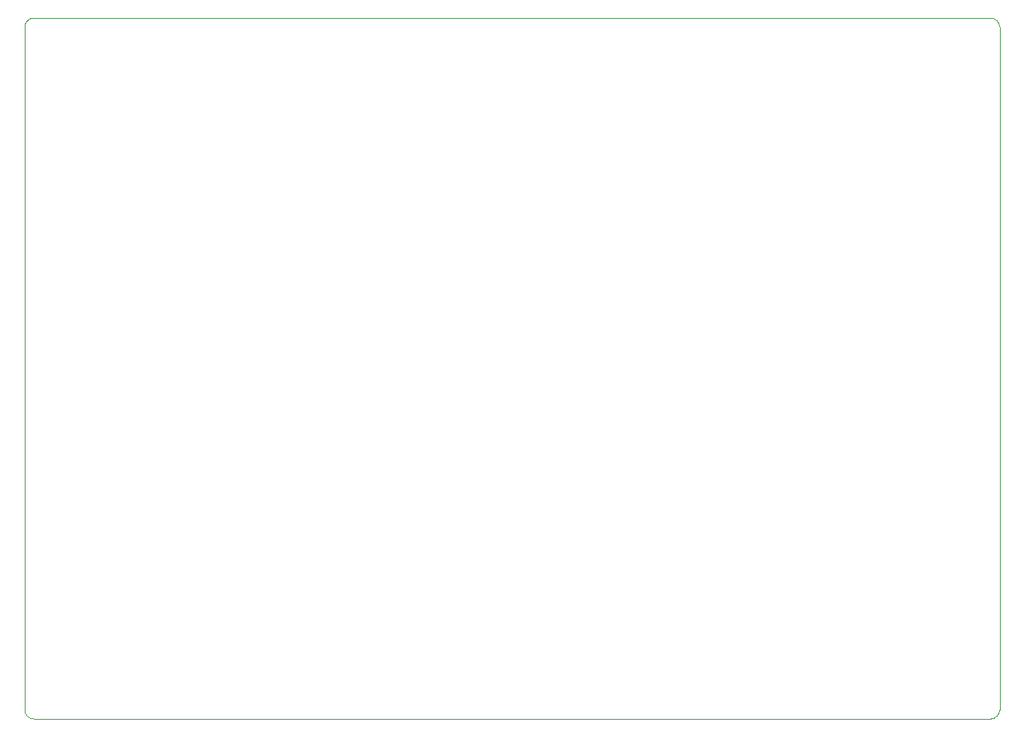
<source format=gbr>
%TF.GenerationSoftware,KiCad,Pcbnew,7.0.9-7.0.9~ubuntu20.04.1*%
%TF.CreationDate,2023-12-22T10:27:11-08:00*%
%TF.ProjectId,NX-J401-Adapter,4e582d4a-3430-4312-9d41-646170746572,1*%
%TF.SameCoordinates,Original*%
%TF.FileFunction,Profile,NP*%
%FSLAX46Y46*%
G04 Gerber Fmt 4.6, Leading zero omitted, Abs format (unit mm)*
G04 Created by KiCad (PCBNEW 7.0.9-7.0.9~ubuntu20.04.1) date 2023-12-22 10:27:11*
%MOMM*%
%LPD*%
G01*
G04 APERTURE LIST*
%TA.AperFunction,Profile*%
%ADD10C,0.100000*%
%TD*%
G04 APERTURE END LIST*
D10*
X220091000Y-157988000D02*
G75*
G03*
X221107000Y-159004000I1016000J0D01*
G01*
X221107000Y-80010000D02*
G75*
G03*
X220091000Y-81026000I0J-1016000D01*
G01*
X329946000Y-81026000D02*
G75*
G03*
X328930000Y-80010000I-1016000J0D01*
G01*
X220091000Y-81026000D02*
X220091000Y-157988000D01*
X221107000Y-159004000D02*
X328930000Y-159004000D01*
X328930000Y-159004000D02*
G75*
G03*
X329946000Y-157988000I0J1016000D01*
G01*
X329946000Y-157988000D02*
X329946000Y-81026000D01*
X328930000Y-80010000D02*
X221107000Y-80010000D01*
M02*

</source>
